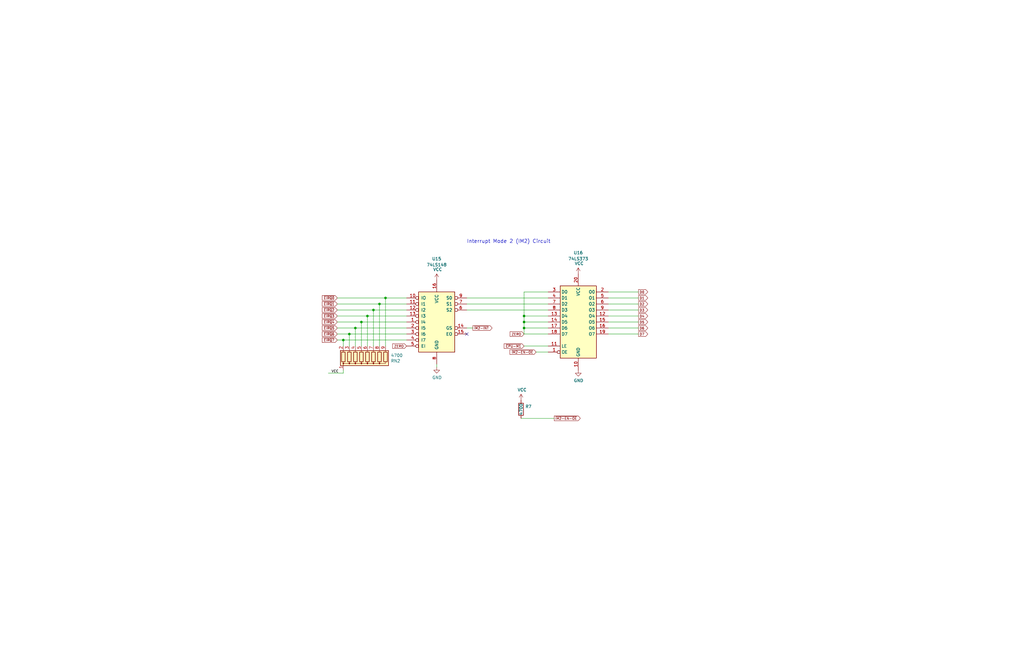
<source format=kicad_sch>
(kicad_sch (version 20211123) (generator eeschema)
  (paper "B")
  (lib_symbols
    (symbol "74xx:74LS148" (pin_names (offset 1.016))
      (property "Reference" "U" (at -7.62 13.97 0))
      (property "Value" "74LS148" (at -7.62 -13.97 0))
      (symbol "74LS148_1_0"
        (pin input inverted (at -12.7 0 0) (length 5.08) (name "I4") (number "1"))
        (pin input inverted (at -12.7 10.16 0) (length 5.08) (name "IO") (number "10"))
        (pin input inverted (at -12.7 7.62 0) (length 5.08) (name "I1") (number "11"))
        (pin input inverted (at -12.7 5.08 0) (length 5.08) (name "I2") (number "12"))
        (pin input inverted (at -12.7 2.54 0) (length 5.08) (name "I3") (number "13"))
        (pin output inverted (at 12.7 -2.54 180) (length 5.08) (name "GS") (number "14"))
        (pin output inverted (at 12.7 -5.08 180) (length 5.08) (name "EO") (number "15"))
        (pin power_in line (at 0 17.78 270) (length 5.08) (name "VCC") (number "16"))
        (pin input inverted (at -12.7 -2.54 0) (length 5.08) (name "I5") (number "2"))
        (pin input inverted (at -12.7 -5.08 0) (length 5.08) (name "I6") (number "3"))
        (pin input inverted (at -12.7 -7.62 0) (length 5.08) (name "I7") (number "4"))
        (pin input inverted (at -12.7 -10.16 0) (length 5.08) (name "EI") (number "5"))
        (pin output inverted (at 12.7 5.08 180) (length 5.08) (name "S2") (number "6"))
        (pin output inverted (at 12.7 7.62 180) (length 5.08) (name "S1") (number "7"))
        (pin power_in line (at 0 -17.78 90) (length 5.08) (name "GND") (number "8"))
        (pin output inverted (at 12.7 10.16 180) (length 5.08) (name "S0") (number "9"))
      )
      (symbol "74LS148_1_1"
        (rectangle (start -7.62 12.7) (end 7.62 -12.7) (stroke (width 0.254)) (fill (type background)))
      )
    )
    (symbol "74xx:74LS373"
      (property "Reference" "U" (at -7.62 16.51 0))
      (property "Value" "74LS373" (at -7.62 -16.51 0))
      (symbol "74LS373_1_0"
        (pin input inverted (at -12.7 -12.7 0) (length 5.08) (name "OE") (number "1"))
        (pin power_in line (at 0 -20.32 90) (length 5.08) (name "GND") (number "10"))
        (pin input line (at -12.7 -10.16 0) (length 5.08) (name "LE") (number "11"))
        (pin tri_state line (at 12.7 2.54 180) (length 5.08) (name "O4") (number "12"))
        (pin input line (at -12.7 2.54 0) (length 5.08) (name "D4") (number "13"))
        (pin input line (at -12.7 0 0) (length 5.08) (name "D5") (number "14"))
        (pin tri_state line (at 12.7 0 180) (length 5.08) (name "O5") (number "15"))
        (pin tri_state line (at 12.7 -2.54 180) (length 5.08) (name "O6") (number "16"))
        (pin input line (at -12.7 -2.54 0) (length 5.08) (name "D6") (number "17"))
        (pin input line (at -12.7 -5.08 0) (length 5.08) (name "D7") (number "18"))
        (pin tri_state line (at 12.7 -5.08 180) (length 5.08) (name "O7") (number "19"))
        (pin tri_state line (at 12.7 12.7 180) (length 5.08) (name "O0") (number "2"))
        (pin power_in line (at 0 20.32 270) (length 5.08) (name "VCC") (number "20"))
        (pin input line (at -12.7 12.7 0) (length 5.08) (name "D0") (number "3"))
        (pin input line (at -12.7 10.16 0) (length 5.08) (name "D1") (number "4"))
        (pin tri_state line (at 12.7 10.16 180) (length 5.08) (name "O1") (number "5"))
        (pin tri_state line (at 12.7 7.62 180) (length 5.08) (name "O2") (number "6"))
        (pin input line (at -12.7 7.62 0) (length 5.08) (name "D2") (number "7"))
        (pin input line (at -12.7 5.08 0) (length 5.08) (name "D3") (number "8"))
        (pin tri_state line (at 12.7 5.08 180) (length 5.08) (name "O3") (number "9"))
      )
      (symbol "74LS373_1_1"
        (rectangle (start -7.62 15.24) (end 7.62 -15.24) (stroke (width 0.254)) (fill (type background)))
      )
    )
    (symbol "Device:R" (pin_numbers hide) (pin_names (offset 0))
      (property "Reference" "R" (at 2.032 0 90))
      (property "Value" "R" (at 0 0 90))
      (symbol "R_0_1"
        (rectangle (start -1.016 -2.54) (end 1.016 2.54) (stroke (width 0.254)))
      )
      (symbol "R_1_1"
        (pin passive line (at 0 3.81 270) (length 1.27) (name "~") (number "1"))
        (pin passive line (at 0 -3.81 90) (length 1.27) (name "~") (number "2"))
      )
    )
    (symbol "Device:R_Network08" (pin_names (offset 0) hide)
      (property "Reference" "RN" (at -12.7 0 90))
      (property "Value" "R_Network08" (at 10.16 0 90))
      (symbol "R_Network08_0_1"
        (rectangle (start -11.43 -3.175) (end 8.89 3.175) (stroke (width 0.254)) (fill (type background)))
        (rectangle (start -10.922 1.524) (end -9.398 -2.54) (stroke (width 0.254)))
        (circle (center -10.16 2.286) (radius 0.254) (fill (type outline)))
        (rectangle (start -8.382 1.524) (end -6.858 -2.54) (stroke (width 0.254)))
        (circle (center -7.62 2.286) (radius 0.254) (fill (type outline)))
        (rectangle (start -5.842 1.524) (end -4.318 -2.54) (stroke (width 0.254)))
        (circle (center -5.08 2.286) (radius 0.254) (fill (type outline)))
        (rectangle (start -3.302 1.524) (end -1.778 -2.54) (stroke (width 0.254)))
        (circle (center -2.54 2.286) (radius 0.254) (fill (type outline)))
        (rectangle (start -0.762 1.524) (end 0.762 -2.54) (stroke (width 0.254)))
        (polyline (pts (xy -10.16 -2.54) (xy -10.16 -3.81)))
        (polyline (pts (xy -7.62 -2.54) (xy -7.62 -3.81)))
        (polyline (pts (xy -5.08 -2.54) (xy -5.08 -3.81)))
        (polyline (pts (xy -2.54 -2.54) (xy -2.54 -3.81)))
        (polyline (pts (xy 0 -2.54) (xy 0 -3.81)))
        (polyline (pts (xy 2.54 -2.54) (xy 2.54 -3.81)))
        (polyline (pts (xy 5.08 -2.54) (xy 5.08 -3.81)))
        (polyline (pts (xy 7.62 -2.54) (xy 7.62 -3.81)))
        (polyline (pts (xy -10.16 1.524) (xy -10.16 2.286) (xy -7.62 2.286) (xy -7.62 1.524)))
        (polyline (pts (xy -7.62 1.524) (xy -7.62 2.286) (xy -5.08 2.286) (xy -5.08 1.524)))
        (polyline (pts (xy -5.08 1.524) (xy -5.08 2.286) (xy -2.54 2.286) (xy -2.54 1.524)))
        (polyline (pts (xy -2.54 1.524) (xy -2.54 2.286) (xy 0 2.286) (xy 0 1.524)))
        (polyline (pts (xy 0 1.524) (xy 0 2.286) (xy 2.54 2.286) (xy 2.54 1.524)))
        (polyline (pts (xy 2.54 1.524) (xy 2.54 2.286) (xy 5.08 2.286) (xy 5.08 1.524)))
        (polyline (pts (xy 5.08 1.524) (xy 5.08 2.286) (xy 7.62 2.286) (xy 7.62 1.524)))
        (circle (center 0 2.286) (radius 0.254) (fill (type outline)))
        (rectangle (start 1.778 1.524) (end 3.302 -2.54) (stroke (width 0.254)))
        (circle (center 2.54 2.286) (radius 0.254) (fill (type outline)))
        (rectangle (start 4.318 1.524) (end 5.842 -2.54) (stroke (width 0.254)))
        (circle (center 5.08 2.286) (radius 0.254) (fill (type outline)))
        (rectangle (start 6.858 1.524) (end 8.382 -2.54) (stroke (width 0.254)))
      )
      (symbol "R_Network08_1_1"
        (pin passive line (at -10.16 5.08 270) (length 2.54) (name "common") (number "1"))
        (pin passive line (at -10.16 -5.08 90) (length 1.27) (name "R1") (number "2"))
        (pin passive line (at -7.62 -5.08 90) (length 1.27) (name "R2") (number "3"))
        (pin passive line (at -5.08 -5.08 90) (length 1.27) (name "R3") (number "4"))
        (pin passive line (at -2.54 -5.08 90) (length 1.27) (name "R4") (number "5"))
        (pin passive line (at 0 -5.08 90) (length 1.27) (name "R5") (number "6"))
        (pin passive line (at 2.54 -5.08 90) (length 1.27) (name "R6") (number "7"))
        (pin passive line (at 5.08 -5.08 90) (length 1.27) (name "R7") (number "8"))
        (pin passive line (at 7.62 -5.08 90) (length 1.27) (name "R8") (number "9"))
      )
    )
    (symbol "power:GND" (power) (pin_names (offset 0))
      (property "Value" "GND" (at 0 -3.81 0))
      (symbol "GND_0_1"
        (polyline (pts (xy 0 0) (xy 0 -1.27) (xy 1.27 -1.27) (xy 0 -2.54) (xy -1.27 -1.27) (xy 0 -1.27)))
      )
      (symbol "GND_1_1"
        (pin power_in line (at 0 0 270) (length 0) hide (name "GND") (number "1"))
      )
    )
    (symbol "power:VCC" (power) (pin_names (offset 0))
      (property "Value" "VCC" (at 0 3.81 0))
      (symbol "VCC_0_1"
        (polyline (pts (xy -0.762 1.27) (xy 0 2.54)))
        (polyline (pts (xy 0 0) (xy 0 2.54)))
        (polyline (pts (xy 0 2.54) (xy 0.762 1.27)))
      )
      (symbol "VCC_1_1"
        (pin power_in line (at 0 0 90) (length 0) hide (name "VCC") (number "1"))
      )
    )
  )
  (junction (at 220.98 135.89))
  (junction (at 162.56 125.73))
  (junction (at 220.98 138.43))
  (junction (at 157.48 130.81))
  (junction (at 154.94 133.35))
  (junction (at 149.86 138.43))
  (junction (at 144.78 143.51))
  (junction (at 220.98 133.35))
  (junction (at 147.32 140.97))
  (junction (at 152.4 135.89))
  (junction (at 160.02 128.27))
  (no_connect (at 196.85 140.97))
  (wire (pts (xy 256.54 135.89) (xy 269.24 135.89)))
  (wire (pts (xy 220.98 135.89) (xy 231.14 135.89)))
  (wire (pts (xy 142.24 125.73) (xy 162.56 125.73)))
  (wire (pts (xy 220.98 133.35) (xy 231.14 133.35)))
  (wire (pts (xy 231.14 123.19) (xy 220.98 123.19)))
  (wire (pts (xy 220.98 138.43) (xy 231.14 138.43)))
  (wire (pts (xy 154.94 133.35) (xy 142.24 133.35)))
  (wire (pts (xy 220.98 146.05) (xy 231.14 146.05)))
  (wire (pts (xy 162.56 146.05) (xy 162.56 125.73)))
  (wire (pts (xy 226.06 148.59) (xy 231.14 148.59)))
  (wire (pts (xy 220.98 138.43) (xy 220.98 140.97)))
  (wire (pts (xy 220.98 133.35) (xy 220.98 135.89)))
  (wire (pts (xy 144.78 157.48) (xy 138.43 157.48)))
  (wire (pts (xy 154.94 146.05) (xy 154.94 133.35)))
  (wire (pts (xy 220.98 135.89) (xy 220.98 138.43)))
  (wire (pts (xy 196.85 128.27) (xy 231.14 128.27)))
  (wire (pts (xy 256.54 138.43) (xy 269.24 138.43)))
  (wire (pts (xy 149.86 146.05) (xy 149.86 138.43)))
  (wire (pts (xy 256.54 123.19) (xy 269.24 123.19)))
  (wire (pts (xy 256.54 128.27) (xy 269.24 128.27)))
  (wire (pts (xy 196.85 130.81) (xy 231.14 130.81)))
  (wire (pts (xy 220.98 123.19) (xy 220.98 133.35)))
  (wire (pts (xy 152.4 135.89) (xy 142.24 135.89)))
  (wire (pts (xy 171.45 135.89) (xy 152.4 135.89)))
  (wire (pts (xy 171.45 138.43) (xy 149.86 138.43)))
  (wire (pts (xy 149.86 138.43) (xy 142.24 138.43)))
  (wire (pts (xy 157.48 130.81) (xy 142.24 130.81)))
  (wire (pts (xy 142.24 128.27) (xy 160.02 128.27)))
  (wire (pts (xy 196.85 125.73) (xy 231.14 125.73)))
  (wire (pts (xy 171.45 140.97) (xy 147.32 140.97)))
  (wire (pts (xy 157.48 146.05) (xy 157.48 130.81)))
  (wire (pts (xy 144.78 146.05) (xy 144.78 143.51)))
  (wire (pts (xy 184.15 153.67) (xy 184.15 154.94)))
  (wire (pts (xy 162.56 125.73) (xy 171.45 125.73)))
  (wire (pts (xy 160.02 128.27) (xy 171.45 128.27)))
  (wire (pts (xy 256.54 125.73) (xy 269.24 125.73)))
  (wire (pts (xy 219.71 176.53) (xy 233.68 176.53)))
  (wire (pts (xy 196.85 138.43) (xy 199.39 138.43)))
  (wire (pts (xy 220.98 140.97) (xy 231.14 140.97)))
  (wire (pts (xy 152.4 146.05) (xy 152.4 135.89)))
  (wire (pts (xy 144.78 143.51) (xy 142.24 143.51)))
  (wire (pts (xy 147.32 146.05) (xy 147.32 140.97)))
  (wire (pts (xy 147.32 140.97) (xy 142.24 140.97)))
  (wire (pts (xy 160.02 146.05) (xy 160.02 128.27)))
  (wire (pts (xy 171.45 143.51) (xy 144.78 143.51)))
  (wire (pts (xy 256.54 130.81) (xy 269.24 130.81)))
  (wire (pts (xy 171.45 130.81) (xy 157.48 130.81)))
  (wire (pts (xy 171.45 133.35) (xy 154.94 133.35)))
  (wire (pts (xy 144.78 156.21) (xy 144.78 157.48)))
  (wire (pts (xy 256.54 133.35) (xy 269.24 133.35)))
  (wire (pts (xy 256.54 140.97) (xy 269.24 140.97)))
  (text "Interrupt Mode 2 (IM2) Circuit" (at 196.85 102.87 0) (effects (font (size 1.524 1.524)) (justify left bottom)))
  (label "VCC" (at 139.7 157.48 0) (effects (font (size 1.016 1.016))))
  (global_label "D3" (shape output) (at 269.24 130.81 0) (effects (font (size 1.016 1.016))) (property "Intersheet References" "${INTERSHEET_REFS}" (effects hide)))
  (global_label "~{IM2-INT}" (shape output) (at 199.39 138.43 0) (effects (font (size 1.016 1.016))) (property "Intersheet References" "${INTERSHEET_REFS}" (effects hide)))
  (global_label "D6" (shape output) (at 269.24 138.43 0) (effects (font (size 1.016 1.016))) (property "Intersheet References" "${INTERSHEET_REFS}" (effects hide)))
  (global_label "~{EIRQ2}" (shape input) (at 142.24 130.81 180) (effects (font (size 1.016 1.016))) (property "Intersheet References" "${INTERSHEET_REFS}" (effects hide)))
  (global_label "~{EIRQ3}" (shape input) (at 142.24 133.35 180) (effects (font (size 1.016 1.016))) (property "Intersheet References" "${INTERSHEET_REFS}" (effects hide)))
  (global_label "ZERO" (shape input) (at 171.45 146.05 180) (effects (font (size 1.016 1.016))) (property "Intersheet References" "${INTERSHEET_REFS}" (effects hide)))
  (global_label "D2" (shape output) (at 269.24 128.27 0) (effects (font (size 1.016 1.016))) (property "Intersheet References" "${INTERSHEET_REFS}" (effects hide)))
  (global_label "~{EIRQ6}" (shape input) (at 142.24 140.97 180) (effects (font (size 1.016 1.016))) (property "Intersheet References" "${INTERSHEET_REFS}" (effects hide)))
  (global_label "D5" (shape output) (at 269.24 135.89 0) (effects (font (size 1.016 1.016))) (property "Intersheet References" "${INTERSHEET_REFS}" (effects hide)))
  (global_label "~{IM2-EN-OE}" (shape input) (at 226.06 148.59 180) (effects (font (size 1.016 1.016))) (property "Intersheet References" "${INTERSHEET_REFS}" (effects hide)))
  (global_label "~{EIRQ0}" (shape input) (at 142.24 125.73 180) (effects (font (size 1.016 1.016))) (property "Intersheet References" "${INTERSHEET_REFS}" (effects hide)))
  (global_label "D7" (shape output) (at 269.24 140.97 0) (effects (font (size 1.016 1.016))) (property "Intersheet References" "${INTERSHEET_REFS}" (effects hide)))
  (global_label "D0" (shape output) (at 269.24 123.19 0) (effects (font (size 1.016 1.016))) (property "Intersheet References" "${INTERSHEET_REFS}" (effects hide)))
  (global_label "ZERO" (shape input) (at 220.98 140.97 180) (effects (font (size 1.016 1.016))) (property "Intersheet References" "${INTERSHEET_REFS}" (effects hide)))
  (global_label "~{IM2-EN-OE}" (shape output) (at 233.68 176.53 0) (effects (font (size 1.016 1.016))) (property "Intersheet References" "${INTERSHEET_REFS}" (effects hide)))
  (global_label "~{EIRQ7}" (shape input) (at 142.24 143.51 180) (effects (font (size 1.016 1.016))) (property "Intersheet References" "${INTERSHEET_REFS}" (effects hide)))
  (global_label "D4" (shape output) (at 269.24 133.35 0) (effects (font (size 1.016 1.016))) (property "Intersheet References" "${INTERSHEET_REFS}" (effects hide)))
  (global_label "~{EIRQ1}" (shape input) (at 142.24 128.27 180) (effects (font (size 1.016 1.016))) (property "Intersheet References" "${INTERSHEET_REFS}" (effects hide)))
  (global_label "~{CPU-M1}" (shape input) (at 220.98 146.05 180) (effects (font (size 1.016 1.016))) (property "Intersheet References" "${INTERSHEET_REFS}" (effects hide)))
  (global_label "D1" (shape output) (at 269.24 125.73 0) (effects (font (size 1.016 1.016))) (property "Intersheet References" "${INTERSHEET_REFS}" (effects hide)))
  (global_label "~{EIRQ5}" (shape input) (at 142.24 138.43 180) (effects (font (size 1.016 1.016))) (property "Intersheet References" "${INTERSHEET_REFS}" (effects hide)))
  (global_label "~{EIRQ4}" (shape input) (at 142.24 135.89 180) (effects (font (size 1.016 1.016))) (property "Intersheet References" "${INTERSHEET_REFS}" (effects hide)))
  (symbol (lib_id "Device:R_Network08") (at 154.94 151.13 0) (mirror x) (unit 1)
    (property "Reference" "RN2" (at 164.7952 152.2984 0) (effects (justify left)))
    (property "Value" "4700" (at 164.7952 149.987 0) (effects (justify left)))
    (property "Footprint" "Resistor_THT:R_Array_SIP9" (effects hide))
    (property "Datasheet" "http://www.vishay.com/docs/31509/csc.pdf" (effects hide))
  )
  (symbol (lib_id "power:GND") (at 243.84 156.21 0) (unit 1)
    (property "Reference" "#PWR0137" (effects hide))
    (property "Value" "GND" (at 243.967 160.6042 0))
  )
  (symbol (lib_id "power:GND") (at 184.15 154.94 0) (unit 1)
    (property "Reference" "#PWR0138" (effects hide))
    (property "Value" "GND" (at 184.277 159.3342 0))
  )
  (symbol (lib_id "power:VCC") (at 184.15 118.11 0) (unit 1)
    (property "Reference" "#PWR0139" (effects hide))
    (property "Value" "VCC" (at 184.531 113.7158 0))
  )
  (symbol (lib_id "power:VCC") (at 243.84 115.57 0) (unit 1)
    (property "Reference" "#PWR0140" (effects hide))
    (property "Value" "VCC" (at 244.221 111.1758 0))
  )
  (symbol (lib_id "74xx:74LS373") (at 243.84 135.89 0) (unit 1)
    (property "Reference" "U16" (at 243.84 106.68 0))
    (property "Value" "74LS373" (at 243.84 109.22 0))
    (property "Footprint" "Package_DIP:DIP-20_W7.62mm" (effects hide))
    (property "Datasheet" "http://www.ti.com/lit/gpn/sn74LS373" (effects hide))
  )
  (symbol (lib_id "74xx:74LS148") (at 184.15 135.89 0) (unit 1)
    (property "Reference" "U15" (at 184.15 109.22 0))
    (property "Value" "74LS148" (at 184.15 111.76 0))
    (property "Footprint" "Package_DIP:DIP-16_W7.62mm" (effects hide))
    (property "Datasheet" "http://www.ti.com/lit/gpn/sn74LS148" (effects hide))
  )
  (symbol (lib_id "power:VCC") (at 219.71 168.91 0) (unit 1)
    (property "Reference" "#PWR024" (effects hide))
    (property "Value" "VCC" (at 220.1418 164.5158 0))
  )
  (symbol (lib_id "Device:R") (at 219.71 172.72 0) (unit 1)
    (property "Reference" "R7" (at 221.488 171.5516 0) (effects (justify left)))
    (property "Value" "4700" (at 219.71 175.26 90) (effects (justify left)))
    (property "Footprint" "Resistor_THT:R_Axial_DIN0207_L6.3mm_D2.5mm_P7.62mm_Horizontal" (effects hide))
  )
)
</source>
